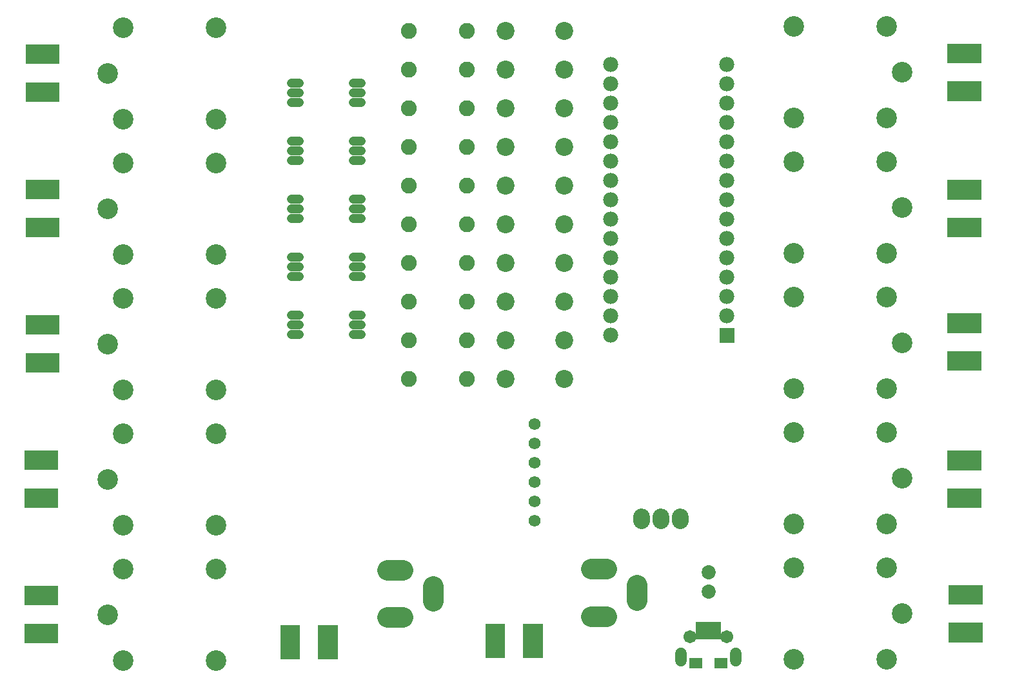
<source format=gts>
G04 Layer: TopSolderMaskLayer*
G04 EasyEDA v6.1.52, Sat, 03 Aug 2019 15:20:47 GMT*
G04 0863e46d4acc4207ac88c0ed569749d1,99d799917bed4c779c6d3b41b195639e,10*
G04 Gerber Generator version 0.2*
G04 Scale: 100 percent, Rotated: No, Reflected: No *
G04 Dimensions in millimeters *
G04 leading zeros omitted , absolute positions ,3 integer and 3 decimal *
%FSLAX33Y33*%
%MOMM*%
G90*
G71D02*

%ADD34C,1.203198*%
%ADD35C,2.235200*%
%ADD36C,2.703195*%
%ADD37C,1.503197*%
%ADD39C,1.981200*%
%ADD40C,1.567180*%
%ADD41C,2.082800*%
%ADD42C,2.362200*%
%ADD43R,4.488180X2.583180*%
%ADD46C,1.703197*%
%ADD47R,1.803197X1.403096*%
%ADD48C,1.854200*%

%LPD*%
G54D34*
G01X48759Y65278D02*
G01X47760Y65278D01*
G01X48759Y64008D02*
G01X47760Y64008D01*
G01X48759Y62738D02*
G01X47760Y62738D01*
G01X48759Y57658D02*
G01X47760Y57658D01*
G01X48759Y56388D02*
G01X47760Y56388D01*
G01X48759Y55118D02*
G01X47760Y55118D01*
G01X48759Y50038D02*
G01X47760Y50038D01*
G01X48759Y48768D02*
G01X47760Y48768D01*
G01X48759Y47498D02*
G01X47760Y47498D01*
G01X40631Y80518D02*
G01X39632Y80518D01*
G01X40631Y79248D02*
G01X39632Y79248D01*
G01X40631Y77978D02*
G01X39632Y77978D01*
G01X40631Y72898D02*
G01X39632Y72898D01*
G01X40631Y71628D02*
G01X39632Y71628D01*
G01X40631Y70358D02*
G01X39632Y70358D01*
G01X40631Y65278D02*
G01X39632Y65278D01*
G01X40631Y64008D02*
G01X39632Y64008D01*
G01X40631Y62738D02*
G01X39632Y62738D01*
G01X48759Y80518D02*
G01X47760Y80518D01*
G01X48759Y79248D02*
G01X47760Y79248D01*
G01X48759Y77978D02*
G01X47760Y77978D01*
G01X48759Y72898D02*
G01X47760Y72898D01*
G01X48759Y71628D02*
G01X47760Y71628D01*
G01X48759Y70358D02*
G01X47760Y70358D01*
G01X40631Y57658D02*
G01X39632Y57658D01*
G01X40631Y56388D02*
G01X39632Y56388D01*
G01X40631Y55118D02*
G01X39632Y55118D01*
G01X40631Y50038D02*
G01X39632Y50038D01*
G01X40631Y48768D02*
G01X39632Y48768D01*
G01X40631Y47498D02*
G01X39632Y47498D01*
G54D35*
G01X88138Y23495D02*
G01X88138Y22987D01*
G01X90678Y23495D02*
G01X90678Y22987D01*
G01X85598Y23495D02*
G01X85598Y22987D01*
G54D36*
G01X58212Y12393D02*
G01X58212Y14393D01*
G01X52213Y10293D02*
G01X54212Y10293D01*
G01X52213Y16493D02*
G01X54212Y16493D01*
G01X85009Y12520D02*
G01X85009Y14520D01*
G01X79010Y10420D02*
G01X81009Y10420D01*
G01X79010Y16620D02*
G01X81009Y16620D01*
G54D37*
G01X97980Y5540D02*
G01X97980Y4640D01*
G01X90741Y5540D02*
G01X90741Y4640D01*
G36*
G01X95783Y46380D02*
G01X95783Y48361D01*
G01X97764Y48361D01*
G01X97764Y46380D01*
G01X95783Y46380D01*
G37*
G54D39*
G01X96774Y49911D03*
G01X96774Y52451D03*
G01X96774Y54991D03*
G01X96774Y57531D03*
G01X96774Y60071D03*
G01X96774Y62611D03*
G01X96774Y65151D03*
G01X96774Y67691D03*
G01X96774Y70231D03*
G01X96774Y72771D03*
G01X96774Y75311D03*
G01X96774Y77851D03*
G01X96774Y80391D03*
G01X96774Y82931D03*
G01X81534Y47371D03*
G01X81534Y49911D03*
G01X81534Y52451D03*
G01X81534Y54991D03*
G01X81534Y57531D03*
G01X81534Y60071D03*
G01X81534Y62611D03*
G01X81534Y65151D03*
G01X81534Y67691D03*
G01X81534Y70231D03*
G01X81534Y72771D03*
G01X81534Y75311D03*
G01X81534Y77851D03*
G01X81534Y80391D03*
G01X81534Y82931D03*
G54D40*
G01X71556Y30607D03*
G01X71556Y28067D03*
G01X71556Y22987D03*
G01X71556Y25527D03*
G01X71556Y35687D03*
G01X71556Y33147D03*
G54D36*
G01X15506Y46228D03*
G01X17505Y40228D03*
G01X17505Y52227D03*
G01X29705Y52227D03*
G01X29705Y40228D03*
G54D41*
G01X54991Y77216D03*
G01X62611Y77216D03*
G54D42*
G01X67691Y77216D03*
G01X75438Y77216D03*
G54D36*
G01X15506Y28448D03*
G01X17505Y22448D03*
G01X17505Y34447D03*
G01X29705Y34447D03*
G01X29705Y22448D03*
G54D41*
G01X54991Y72136D03*
G01X62611Y72136D03*
G54D42*
G01X67691Y72136D03*
G01X75438Y72136D03*
G54D36*
G01X15506Y10668D03*
G01X17505Y4668D03*
G01X17505Y16667D03*
G01X29705Y16667D03*
G01X29705Y4668D03*
G54D41*
G01X54991Y67056D03*
G01X62611Y67056D03*
G54D42*
G01X67691Y67056D03*
G01X75438Y67056D03*
G54D36*
G01X119748Y10795D03*
G01X117749Y16794D03*
G01X117749Y4795D03*
G01X105549Y4795D03*
G01X105549Y16794D03*
G54D41*
G01X54991Y61976D03*
G01X62611Y61976D03*
G54D42*
G01X67691Y61976D03*
G01X75438Y61976D03*
G54D36*
G01X119748Y28575D03*
G01X117749Y34574D03*
G01X117749Y22575D03*
G01X105549Y22575D03*
G01X105549Y34574D03*
G54D41*
G01X54991Y56896D03*
G01X62611Y56896D03*
G54D42*
G01X67691Y56896D03*
G01X75438Y56896D03*
G54D36*
G01X119748Y46355D03*
G01X117749Y52354D03*
G01X117749Y40355D03*
G01X105549Y40355D03*
G01X105549Y52354D03*
G54D41*
G01X54991Y51816D03*
G01X62611Y51816D03*
G54D42*
G01X67691Y51816D03*
G01X75438Y51816D03*
G54D43*
G01X6908Y43738D03*
G01X6908Y48717D03*
G01X6781Y25958D03*
G01X6781Y30937D03*
G01X6781Y8178D03*
G01X6781Y13157D03*
G36*
G01X125849Y11991D02*
G01X125849Y14574D01*
G01X130335Y14574D01*
G01X130335Y11991D01*
G01X125849Y11991D01*
G37*
G36*
G01X125849Y7012D02*
G01X125849Y9596D01*
G01X130335Y9596D01*
G01X130335Y7012D01*
G01X125849Y7012D01*
G37*
G36*
G01X125722Y29644D02*
G01X125722Y32227D01*
G01X130208Y32227D01*
G01X130208Y29644D01*
G01X125722Y29644D01*
G37*
G36*
G01X125722Y24665D02*
G01X125722Y27249D01*
G01X130208Y27249D01*
G01X130208Y24665D01*
G01X125722Y24665D01*
G37*
G36*
G01X125722Y47678D02*
G01X125722Y50261D01*
G01X130208Y50261D01*
G01X130208Y47678D01*
G01X125722Y47678D01*
G37*
G36*
G01X125722Y42699D02*
G01X125722Y45283D01*
G01X130208Y45283D01*
G01X130208Y42699D01*
G01X125722Y42699D01*
G37*
G54D36*
G01X15506Y81788D03*
G01X17505Y75788D03*
G01X17505Y87787D03*
G01X29705Y87787D03*
G01X29705Y75788D03*
G54D41*
G01X54991Y87376D03*
G01X62611Y87376D03*
G54D42*
G01X67691Y87376D03*
G01X75438Y87376D03*
G54D36*
G01X15506Y64008D03*
G01X17505Y58008D03*
G01X17505Y70007D03*
G01X29705Y70007D03*
G01X29705Y58008D03*
G54D41*
G01X54991Y82296D03*
G01X62611Y82296D03*
G54D42*
G01X67691Y82296D03*
G01X75438Y82296D03*
G54D36*
G01X119748Y64135D03*
G01X117749Y70134D03*
G01X117749Y58135D03*
G01X105549Y58135D03*
G01X105549Y70134D03*
G54D41*
G01X54991Y46736D03*
G01X62611Y46736D03*
G54D42*
G01X67691Y46736D03*
G01X75438Y46736D03*
G54D36*
G01X119748Y81915D03*
G01X117749Y87914D03*
G01X117749Y75915D03*
G01X105549Y75915D03*
G01X105549Y87914D03*
G54D41*
G01X54991Y41656D03*
G01X62611Y41656D03*
G54D42*
G01X67691Y41656D03*
G01X75438Y41656D03*
G54D43*
G01X6908Y79298D03*
G01X6908Y84277D03*
G01X6908Y61518D03*
G01X6908Y66497D03*
G36*
G01X125722Y65204D02*
G01X125722Y67787D01*
G01X130208Y67787D01*
G01X130208Y65204D01*
G01X125722Y65204D01*
G37*
G36*
G01X125722Y60225D02*
G01X125722Y62809D01*
G01X130208Y62809D01*
G01X130208Y60225D01*
G01X125722Y60225D01*
G37*
G36*
G01X125722Y83111D02*
G01X125722Y85694D01*
G01X130208Y85694D01*
G01X130208Y83111D01*
G01X125722Y83111D01*
G37*
G36*
G01X125722Y78132D02*
G01X125722Y80716D01*
G01X130208Y80716D01*
G01X130208Y78132D01*
G01X125722Y78132D01*
G37*
G36*
G01X38130Y4815D02*
G01X38130Y9304D01*
G01X40713Y9304D01*
G01X40713Y4815D01*
G01X38130Y4815D01*
G37*
G36*
G01X43108Y4815D02*
G01X43108Y9304D01*
G01X45689Y9304D01*
G01X45689Y4815D01*
G01X43108Y4815D01*
G37*
G36*
G01X65054Y4942D02*
G01X65054Y9431D01*
G01X67637Y9431D01*
G01X67637Y4942D01*
G01X65054Y4942D01*
G37*
G36*
G01X70032Y4942D02*
G01X70032Y9431D01*
G01X72613Y9431D01*
G01X72613Y4942D01*
G01X70032Y4942D01*
G37*
G36*
G01X95323Y7472D02*
G01X95323Y9677D01*
G01X95976Y9677D01*
G01X95976Y7472D01*
G01X95323Y7472D01*
G37*
G36*
G01X94673Y7472D02*
G01X94673Y9677D01*
G01X95326Y9677D01*
G01X95326Y7472D01*
G01X94673Y7472D01*
G37*
G36*
G01X94023Y7472D02*
G01X94023Y9677D01*
G01X94678Y9677D01*
G01X94678Y7472D01*
G01X94023Y7472D01*
G37*
G36*
G01X93372Y7472D02*
G01X93372Y9677D01*
G01X94028Y9677D01*
G01X94028Y7472D01*
G01X93372Y7472D01*
G37*
G36*
G01X92725Y7472D02*
G01X92725Y9677D01*
G01X93378Y9677D01*
G01X93378Y7472D01*
G01X92725Y7472D01*
G37*
G54D46*
G01X91950Y7790D03*
G01X96791Y7790D03*
G54D47*
G01X95956Y4262D03*
G01X92677Y4279D03*
G54D48*
G01X94361Y16256D03*
G01X94361Y13716D03*
M00*
M02*

</source>
